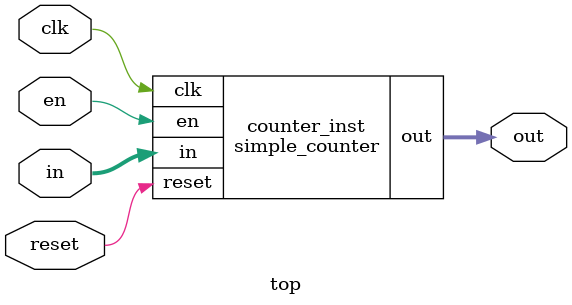
<source format=v>
module simple_counter(clk, reset, en, in, out);
    input clk, reset, en;
    input [3:0] in;
    output [3:0] out;

    // Simple 4-bit up counter logic
    // D[0] = Q[0] ^ 1 (toggle LSB)
    // D[1] = Q[1] ^ (Q[0] & 1) (toggle if LSB was 1)
    // D[2] = Q[2] ^ (Q[1] & Q[0] & 1) (toggle if both lower bits were 1)
    // D[3] = Q[3] ^ (Q[2] & Q[1] & Q[0] & 1) (toggle if all lower bits were 1)

    // Internal nets
    wire n_0, n_1, n_2, n_3, n_4, n_5, n_6, n_7, n_8, n_9, n_10, n_11;

    // Reset signal (active low)
    CLKINVX1 g0 (.A(reset), .Y(n_0));

    // D[0] = Q[0] ^ 1 = ~Q[0]
    CLKINVX1 g1 (.A(out[0]), .Y(n_1));
    assign n_2 = n_1;  // D[0]

    // D[1] = Q[1] ^ (Q[0] & 1) = Q[1] ^ Q[0]
    XOR2XL g2 (.A(out[1]), .B(out[0]), .Y(n_3));
    assign n_4 = n_3;  // D[1]

    // D[2] = Q[2] ^ (Q[1] & Q[0])
    AND2XL g3 (.A(out[1]), .B(out[0]), .Y(n_5));
    XOR2XL g4 (.A(out[2]), .B(n_5), .Y(n_6));
    assign n_7 = n_6;  // D[2]

    // D[3] = Q[3] ^ (Q[2] & Q[1] & Q[0])
    AND2XL g5 (.A(out[2]), .B(out[1]), .Y(n_8));
    AND2XL g6 (.A(n_8), .B(out[0]), .Y(n_9));
    XOR2XL g7 (.A(out[3]), .B(n_9), .Y(n_10));
    assign n_11 = n_10;  // D[3]

    // Flip-flops
    SDFFRX1 count_reg_3 (.D(n_11), .SE(en), .SI(in[3]), .CK(clk), .RN(n_0), .Q(out[3]), .QN());
    SDFFRX1 count_reg_2 (.D(n_7), .SE(en), .SI(in[2]), .CK(clk), .RN(n_0), .Q(out[2]), .QN());
    SDFFRX1 count_reg_1 (.D(n_4), .SE(en), .SI(in[1]), .CK(clk), .RN(n_0), .Q(out[1]), .QN());
    DFFRX1 count_reg_0 (.D(n_2), .CK(clk), .RN(n_0), .Q(out[0]), .QN());

endmodule

module top(clk, reset, en, in, out);
    input clk, reset, en;
    input [3:0] in;
    output [3:0] out;

    simple_counter counter_inst (
        .clk(clk),
        .reset(reset),
        .en(en),
        .in(in),
        .out(out)
    );

endmodule 
</source>
